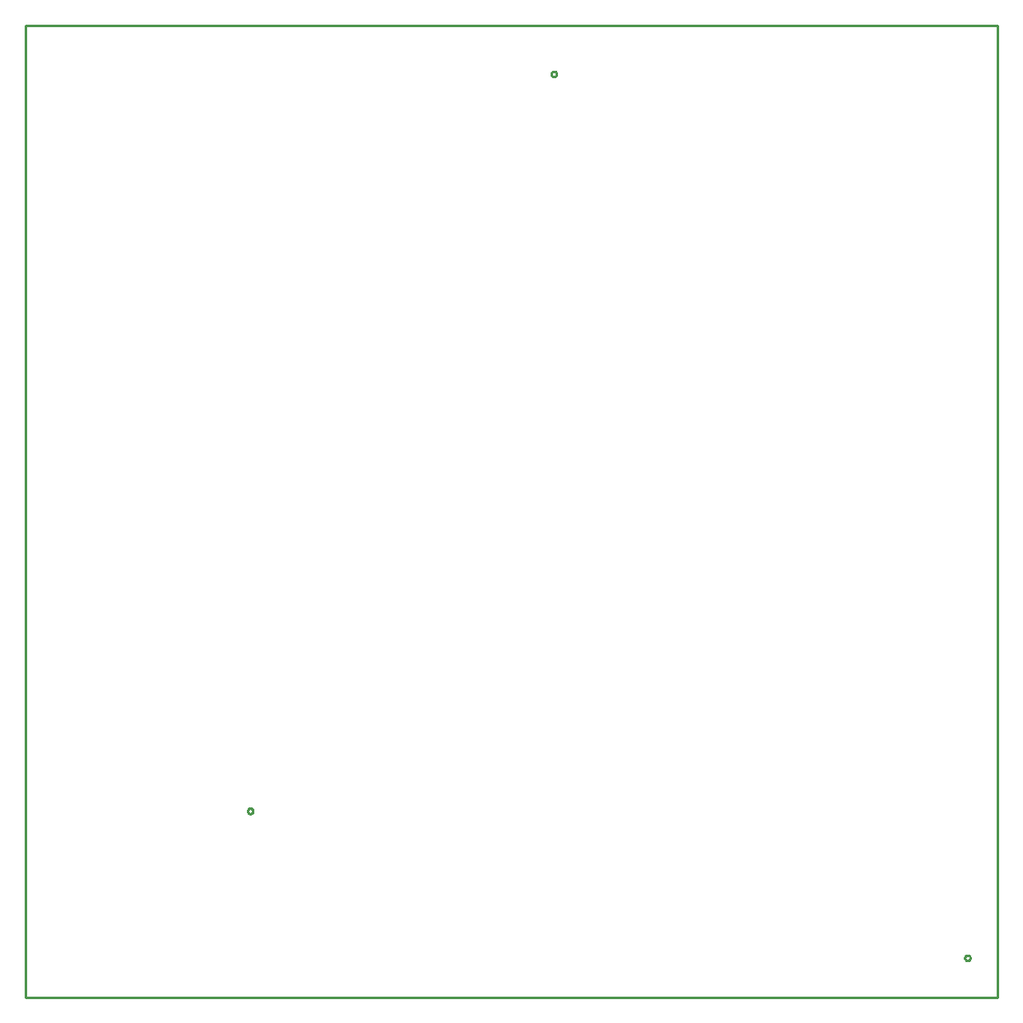
<source format=gbr>
G04 EAGLE Gerber RS-274X export*
G75*
%MOMM*%
%FSLAX34Y34*%
%LPD*%
%IN*%
%IPPOS*%
%AMOC8*
5,1,8,0,0,1.08239X$1,22.5*%
G01*
%ADD10C,0.254000*%


D10*
X0Y0D02*
X1000000Y0D01*
X1000000Y1000000D01*
X0Y1000000D01*
X0Y0D01*
X971760Y40424D02*
X971692Y39996D01*
X971559Y39584D01*
X971362Y39199D01*
X971108Y38849D01*
X970802Y38542D01*
X970451Y38288D01*
X970066Y38091D01*
X969654Y37958D01*
X969226Y37890D01*
X968794Y37890D01*
X968366Y37958D01*
X967954Y38091D01*
X967569Y38288D01*
X967219Y38542D01*
X966912Y38849D01*
X966658Y39199D01*
X966461Y39584D01*
X966328Y39996D01*
X966260Y40424D01*
X966260Y40856D01*
X966328Y41284D01*
X966461Y41696D01*
X966658Y42081D01*
X966912Y42432D01*
X967219Y42738D01*
X967569Y42992D01*
X967954Y43189D01*
X968366Y43322D01*
X968794Y43390D01*
X969226Y43390D01*
X969654Y43322D01*
X970066Y43189D01*
X970451Y42992D01*
X970802Y42738D01*
X971108Y42432D01*
X971362Y42081D01*
X971559Y41696D01*
X971692Y41284D01*
X971760Y40856D01*
X971760Y40424D01*
X546310Y949744D02*
X546242Y949316D01*
X546109Y948904D01*
X545912Y948519D01*
X545658Y948169D01*
X545352Y947862D01*
X545001Y947608D01*
X544616Y947411D01*
X544204Y947278D01*
X543776Y947210D01*
X543344Y947210D01*
X542916Y947278D01*
X542504Y947411D01*
X542119Y947608D01*
X541769Y947862D01*
X541462Y948169D01*
X541208Y948519D01*
X541011Y948904D01*
X540878Y949316D01*
X540810Y949744D01*
X540810Y950176D01*
X540878Y950604D01*
X541011Y951016D01*
X541208Y951401D01*
X541462Y951752D01*
X541769Y952058D01*
X542119Y952312D01*
X542504Y952509D01*
X542916Y952642D01*
X543344Y952710D01*
X543776Y952710D01*
X544204Y952642D01*
X544616Y952509D01*
X545001Y952312D01*
X545352Y952058D01*
X545658Y951752D01*
X545912Y951401D01*
X546109Y951016D01*
X546242Y950604D01*
X546310Y950176D01*
X546310Y949744D01*
X233890Y191554D02*
X233822Y191126D01*
X233689Y190714D01*
X233492Y190329D01*
X233238Y189979D01*
X232932Y189672D01*
X232581Y189418D01*
X232196Y189221D01*
X231784Y189088D01*
X231356Y189020D01*
X230924Y189020D01*
X230496Y189088D01*
X230084Y189221D01*
X229699Y189418D01*
X229349Y189672D01*
X229042Y189979D01*
X228788Y190329D01*
X228591Y190714D01*
X228458Y191126D01*
X228390Y191554D01*
X228390Y191986D01*
X228458Y192414D01*
X228591Y192826D01*
X228788Y193211D01*
X229042Y193562D01*
X229349Y193868D01*
X229699Y194122D01*
X230084Y194319D01*
X230496Y194452D01*
X230924Y194520D01*
X231356Y194520D01*
X231784Y194452D01*
X232196Y194319D01*
X232581Y194122D01*
X232932Y193868D01*
X233238Y193562D01*
X233492Y193211D01*
X233689Y192826D01*
X233822Y192414D01*
X233890Y191986D01*
X233890Y191554D01*
M02*

</source>
